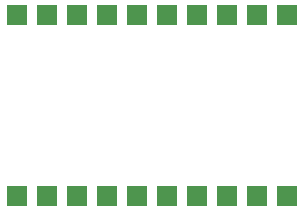
<source format=gts>
G75*
%MOIN*%
%OFA0B0*%
%FSLAX25Y25*%
%IPPOS*%
%LPD*%
%AMOC8*
5,1,8,0,0,1.08239X$1,22.5*
%
%ADD10R,0.06800X0.06800*%
D10*
X0011800Y0023933D03*
X0021800Y0023933D03*
X0031800Y0023933D03*
X0041800Y0023933D03*
X0051800Y0023933D03*
X0061800Y0023933D03*
X0071800Y0023933D03*
X0081800Y0023933D03*
X0091800Y0023933D03*
X0101800Y0023933D03*
X0101800Y0084033D03*
X0091800Y0084033D03*
X0081800Y0084033D03*
X0071800Y0084033D03*
X0061800Y0084033D03*
X0051800Y0084033D03*
X0041800Y0084033D03*
X0031800Y0084033D03*
X0021800Y0084033D03*
X0011800Y0084033D03*
M02*

</source>
